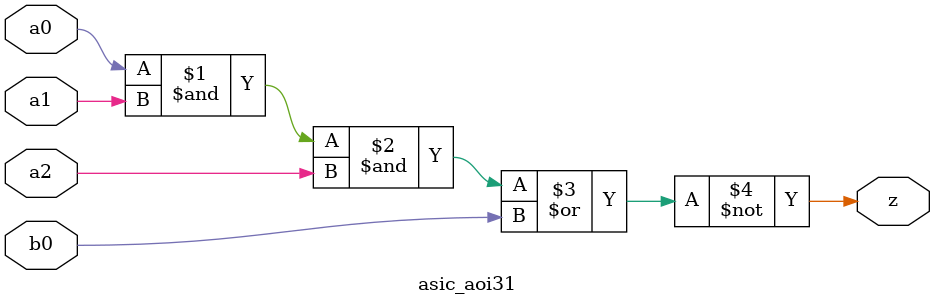
<source format=v>

module asic_aoi31
   (
    input  a0,
    input  a1,
    input  a2,
    input  b0,
    output z
    );

   assign z = ~((a0 & a1 & a2) | b0);

endmodule

</source>
